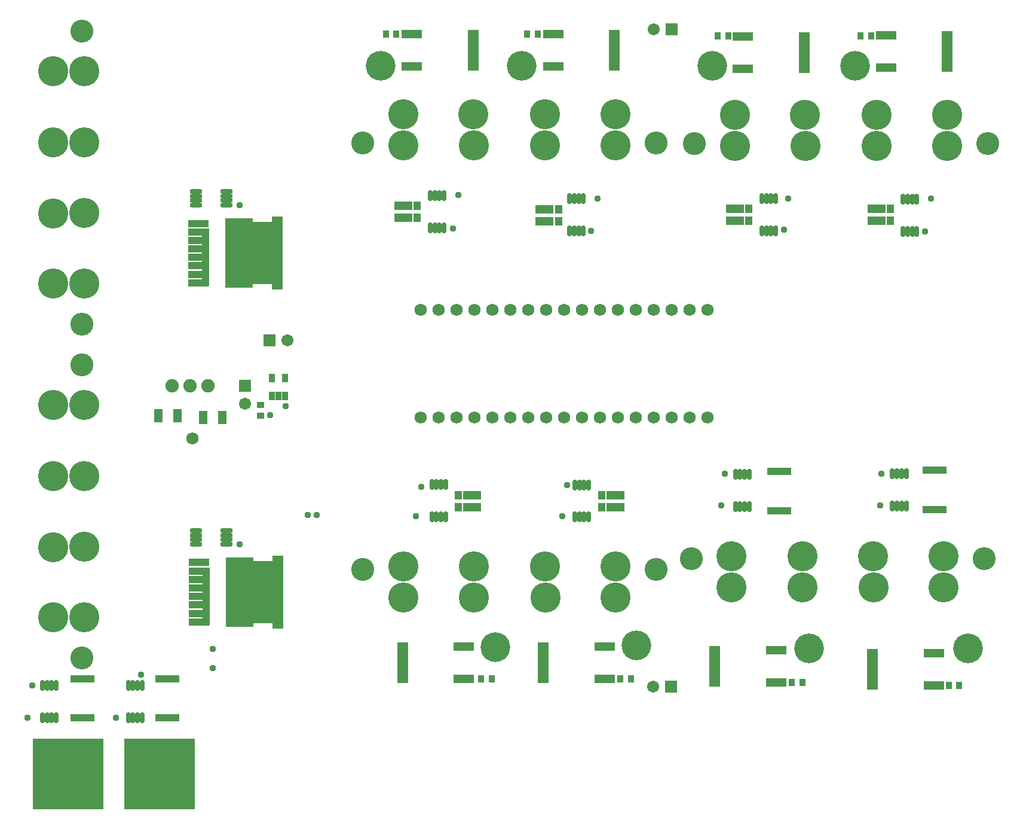
<source format=gts>
G04 Layer_Color=8388736*
%FSLAX25Y25*%
%MOIN*%
G70*
G01*
G75*
%ADD44R,0.03556X0.04737*%
%ADD45R,0.05131X0.07493*%
%ADD46R,0.11430X0.04540*%
%ADD47R,0.06312X0.23044*%
%ADD48R,0.03556X0.04343*%
%ADD49R,0.11824X0.03950*%
%ADD50R,0.12217X0.35052*%
%ADD51R,0.13398X0.04343*%
%ADD52R,0.04343X0.03556*%
%ADD53R,0.13595X0.04343*%
%ADD54R,0.09855X0.04737*%
%ADD55R,0.03950X0.04737*%
%ADD56O,0.07099X0.02572*%
%ADD57O,0.02769X0.06115*%
%ADD58R,0.03950X0.32296*%
%ADD59R,0.06312X0.40564*%
%ADD60R,0.15367X0.38989*%
%ADD61R,0.06706X0.06706*%
%ADD62C,0.06706*%
%ADD63C,0.03702*%
%ADD64C,0.06800*%
%ADD65C,0.16548*%
%ADD66C,0.07493*%
%ADD67R,0.06706X0.06706*%
%ADD68C,0.16800*%
%ADD69C,0.12800*%
G36*
X47244Y98D02*
X7874D01*
Y39469D01*
X47244D01*
Y98D01*
D02*
G37*
G36*
X98032D02*
X58661D01*
Y39469D01*
X98032D01*
Y98D01*
D02*
G37*
D44*
X141142Y230315D02*
D03*
X144882D02*
D03*
X148622D02*
D03*
Y240551D02*
D03*
X141142D02*
D03*
D45*
X113386Y218504D02*
D03*
X102756D02*
D03*
X77953Y219291D02*
D03*
X88583D02*
D03*
D46*
X483661Y431303D02*
D03*
Y413272D02*
D03*
X403937Y430866D02*
D03*
Y412835D02*
D03*
X219291Y432244D02*
D03*
Y414213D02*
D03*
X298031Y432244D02*
D03*
Y414213D02*
D03*
X248228Y72677D02*
D03*
Y90709D02*
D03*
X422441Y70744D02*
D03*
Y88775D02*
D03*
X510445Y69138D02*
D03*
Y87169D02*
D03*
X326783Y72622D02*
D03*
Y90654D02*
D03*
D47*
X517913Y422287D02*
D03*
X438189Y421850D02*
D03*
X253543Y423228D02*
D03*
X332283D02*
D03*
X213976Y81693D02*
D03*
X388189Y79760D02*
D03*
X476193Y78154D02*
D03*
X292531Y81638D02*
D03*
D48*
X469488Y431102D02*
D03*
X475394D02*
D03*
X389764Y431102D02*
D03*
X395669D02*
D03*
X204724Y432087D02*
D03*
X210630D02*
D03*
X283465D02*
D03*
X289370D02*
D03*
X437008Y70902D02*
D03*
X431102D02*
D03*
X524606Y68933D02*
D03*
X518701D02*
D03*
X263779Y72835D02*
D03*
X257874D02*
D03*
X341535Y72835D02*
D03*
X335630D02*
D03*
D49*
X100199Y326575D02*
D03*
Y321850D02*
D03*
Y317126D02*
D03*
Y293504D02*
D03*
Y298228D02*
D03*
Y302953D02*
D03*
Y307677D02*
D03*
Y312402D02*
D03*
X100396Y137598D02*
D03*
Y132874D02*
D03*
Y128150D02*
D03*
Y104527D02*
D03*
Y109252D02*
D03*
Y113976D02*
D03*
Y118701D02*
D03*
Y123425D02*
D03*
D50*
X135827Y310039D02*
D03*
X136024Y121063D02*
D03*
D51*
X35433Y72835D02*
D03*
Y51181D02*
D03*
X82677Y72835D02*
D03*
Y51181D02*
D03*
D52*
X134843Y225394D02*
D03*
Y219488D02*
D03*
D53*
X424213Y188421D02*
D03*
Y166374D02*
D03*
X510827Y189012D02*
D03*
Y166964D02*
D03*
D54*
X478346Y334646D02*
D03*
Y327953D02*
D03*
X399606Y334646D02*
D03*
Y327953D02*
D03*
X293307Y334449D02*
D03*
Y327756D02*
D03*
X214567Y336417D02*
D03*
Y329724D02*
D03*
X252953Y168504D02*
D03*
Y175197D02*
D03*
X332677Y168504D02*
D03*
Y175197D02*
D03*
D55*
X486024Y334646D02*
D03*
Y327953D02*
D03*
X407283Y334646D02*
D03*
Y327953D02*
D03*
X300984Y334449D02*
D03*
Y327756D02*
D03*
X222244Y336417D02*
D03*
Y329724D02*
D03*
X245276Y168504D02*
D03*
Y175197D02*
D03*
X325000Y168504D02*
D03*
Y175197D02*
D03*
D56*
X98819Y155413D02*
D03*
Y152854D02*
D03*
Y150295D02*
D03*
Y147736D02*
D03*
X115748Y155413D02*
D03*
Y152854D02*
D03*
Y150295D02*
D03*
Y147736D02*
D03*
X98819Y344390D02*
D03*
Y341831D02*
D03*
Y339272D02*
D03*
Y336713D02*
D03*
X115748Y344390D02*
D03*
Y341831D02*
D03*
Y339272D02*
D03*
Y336713D02*
D03*
D57*
X13189Y51181D02*
D03*
X15748D02*
D03*
X18307D02*
D03*
X20866D02*
D03*
X13189Y69095D02*
D03*
X15748D02*
D03*
X18307D02*
D03*
X20866D02*
D03*
X61024Y51181D02*
D03*
X63583D02*
D03*
X66142D02*
D03*
X68701D02*
D03*
X61024Y69095D02*
D03*
X63583D02*
D03*
X66142D02*
D03*
X68701D02*
D03*
X487303Y169228D02*
D03*
X489862D02*
D03*
X492421D02*
D03*
X494980D02*
D03*
X487303Y187142D02*
D03*
X489862D02*
D03*
X492421D02*
D03*
X494980D02*
D03*
X399658Y168905D02*
D03*
X402216D02*
D03*
X404776D02*
D03*
X407335D02*
D03*
X399658Y186819D02*
D03*
X402216D02*
D03*
X404776D02*
D03*
X407335D02*
D03*
X422193Y340362D02*
D03*
X419634D02*
D03*
X417075D02*
D03*
X414516D02*
D03*
X422193Y322449D02*
D03*
X419634D02*
D03*
X417075D02*
D03*
X414516D02*
D03*
X230366Y163102D02*
D03*
X232925D02*
D03*
X235484D02*
D03*
X238043D02*
D03*
X230366Y181016D02*
D03*
X232925D02*
D03*
X235484D02*
D03*
X238043D02*
D03*
X314910Y340500D02*
D03*
X312350D02*
D03*
X309791D02*
D03*
X307232D02*
D03*
X314910Y322587D02*
D03*
X312350D02*
D03*
X309791D02*
D03*
X307232D02*
D03*
X310090Y162965D02*
D03*
X312650D02*
D03*
X315209D02*
D03*
X317768D02*
D03*
X310090Y180878D02*
D03*
X312650D02*
D03*
X315209D02*
D03*
X317768D02*
D03*
X237154Y342138D02*
D03*
X234594D02*
D03*
X232035D02*
D03*
X229476D02*
D03*
X237154Y324224D02*
D03*
X234594D02*
D03*
X232035D02*
D03*
X229476D02*
D03*
X500933Y340158D02*
D03*
X498374D02*
D03*
X495815D02*
D03*
X493256D02*
D03*
X500933Y322244D02*
D03*
X498374D02*
D03*
X495815D02*
D03*
X493256D02*
D03*
D58*
X104134Y307677D02*
D03*
X104331Y118701D02*
D03*
D59*
X144291Y310039D02*
D03*
X144488Y121063D02*
D03*
D60*
X122835Y310039D02*
D03*
X123031Y121063D02*
D03*
D61*
X139764Y261417D02*
D03*
X364173Y434646D02*
D03*
X363779Y68504D02*
D03*
D62*
X149764Y261417D02*
D03*
X354173Y434646D02*
D03*
X353780Y68504D02*
D03*
X125984Y226220D02*
D03*
D63*
X148819Y224803D02*
D03*
X140157Y219685D02*
D03*
X166142Y163976D02*
D03*
X161024Y164173D02*
D03*
X108268Y89370D02*
D03*
Y78740D02*
D03*
X245079Y342520D02*
D03*
X322835Y340551D02*
D03*
X429134D02*
D03*
X508858D02*
D03*
X480315Y169291D02*
D03*
X391732D02*
D03*
X303150Y163386D02*
D03*
X221457D02*
D03*
X4921Y51181D02*
D03*
X54134D02*
D03*
X68110Y75197D02*
D03*
X7382Y69095D02*
D03*
X123031Y147638D02*
D03*
Y336614D02*
D03*
X319146Y322587D02*
D03*
X426772Y323228D02*
D03*
X505315Y322244D02*
D03*
X305878Y180878D02*
D03*
X224410Y179724D02*
D03*
X481299Y187043D02*
D03*
X393701D02*
D03*
X242126Y323819D02*
D03*
X120472Y305709D02*
D03*
Y301378D02*
D03*
Y297047D02*
D03*
X124803D02*
D03*
X129134D02*
D03*
X133465D02*
D03*
X137795D02*
D03*
X142126D02*
D03*
X124803Y301378D02*
D03*
X129134D02*
D03*
X133465D02*
D03*
X137795D02*
D03*
X142126D02*
D03*
X124803Y305709D02*
D03*
X129134D02*
D03*
X133465D02*
D03*
X137795D02*
D03*
X142126D02*
D03*
X124803Y310039D02*
D03*
X129134D02*
D03*
X133465D02*
D03*
X137795D02*
D03*
X142126D02*
D03*
X120472Y314370D02*
D03*
Y318701D02*
D03*
Y323031D02*
D03*
X124803Y314370D02*
D03*
X129134D02*
D03*
X133465D02*
D03*
X137795D02*
D03*
X142126D02*
D03*
X124803Y318701D02*
D03*
X129134D02*
D03*
X133465D02*
D03*
X137795D02*
D03*
X142126D02*
D03*
X124803Y323031D02*
D03*
X129134D02*
D03*
X133465D02*
D03*
X137795D02*
D03*
X142126D02*
D03*
X120472Y310039D02*
D03*
X120669Y116732D02*
D03*
X125000D02*
D03*
X129331D02*
D03*
X133661D02*
D03*
X137992D02*
D03*
X142323D02*
D03*
X120669Y112402D02*
D03*
Y108071D02*
D03*
X125000D02*
D03*
X129331D02*
D03*
X133661D02*
D03*
X137992D02*
D03*
X142323D02*
D03*
X125000Y112402D02*
D03*
X129331D02*
D03*
X133661D02*
D03*
X137992D02*
D03*
X142323D02*
D03*
X125000Y121063D02*
D03*
X129331D02*
D03*
X133661D02*
D03*
X137992D02*
D03*
X142323D02*
D03*
X120669Y125394D02*
D03*
Y129724D02*
D03*
Y134055D02*
D03*
X125000Y125394D02*
D03*
X129331D02*
D03*
X133661D02*
D03*
X137992D02*
D03*
X142323D02*
D03*
X125000Y129724D02*
D03*
X129331D02*
D03*
X133661D02*
D03*
X137992D02*
D03*
X142323D02*
D03*
X125000Y134055D02*
D03*
X129331D02*
D03*
X133661D02*
D03*
X137992D02*
D03*
X142323D02*
D03*
X120669Y121063D02*
D03*
D64*
X96850Y206693D02*
D03*
X224173Y278543D02*
D03*
X234173D02*
D03*
X244173D02*
D03*
X254173D02*
D03*
X264173D02*
D03*
X274173D02*
D03*
X284173D02*
D03*
X294173D02*
D03*
X304173D02*
D03*
X314173D02*
D03*
X324173D02*
D03*
X334173D02*
D03*
X344173D02*
D03*
X354173D02*
D03*
X364173D02*
D03*
X374173D02*
D03*
X384173D02*
D03*
Y218543D02*
D03*
X374173D02*
D03*
X364173D02*
D03*
X354173D02*
D03*
X344173D02*
D03*
X334173D02*
D03*
X324173D02*
D03*
X314173D02*
D03*
X304173D02*
D03*
X294173D02*
D03*
X284173D02*
D03*
X274173D02*
D03*
X264173D02*
D03*
X254173D02*
D03*
X244173D02*
D03*
X234173D02*
D03*
X224173D02*
D03*
D65*
X529528Y89602D02*
D03*
X440945D02*
D03*
X344488Y91535D02*
D03*
X265748Y90551D02*
D03*
X466535Y414370D02*
D03*
X386811D02*
D03*
X201772Y414370D02*
D03*
X280512D02*
D03*
D66*
X105630Y236221D02*
D03*
X95630D02*
D03*
X85630D02*
D03*
D67*
X125984D02*
D03*
D68*
X399554Y386963D02*
D03*
X438554D02*
D03*
X517754D02*
D03*
X478354D02*
D03*
Y369663D02*
D03*
X517754D02*
D03*
X438954D02*
D03*
X399554D02*
D03*
X515786Y123899D02*
D03*
X476786D02*
D03*
X397586D02*
D03*
X436986D02*
D03*
Y141199D02*
D03*
X397586D02*
D03*
X476386D02*
D03*
X515786D02*
D03*
X214537Y387379D02*
D03*
X253537D02*
D03*
X332737D02*
D03*
X293337D02*
D03*
Y370079D02*
D03*
X332737D02*
D03*
X253937D02*
D03*
X214537D02*
D03*
X332729Y117958D02*
D03*
X293729D02*
D03*
X214529D02*
D03*
X253929D02*
D03*
Y135258D02*
D03*
X214529D02*
D03*
X293329D02*
D03*
X332729D02*
D03*
X19094Y107063D02*
D03*
Y146063D02*
D03*
Y225263D02*
D03*
Y185863D02*
D03*
X36395D02*
D03*
Y225263D02*
D03*
Y146463D02*
D03*
Y107063D02*
D03*
X19094Y293087D02*
D03*
Y332087D02*
D03*
Y411287D02*
D03*
Y371887D02*
D03*
X36395D02*
D03*
Y411287D02*
D03*
Y332487D02*
D03*
Y293087D02*
D03*
D69*
X376954Y371063D02*
D03*
X540354D02*
D03*
X538386Y139799D02*
D03*
X374986D02*
D03*
X191937Y371479D02*
D03*
X355337D02*
D03*
X355329Y133858D02*
D03*
X191929D02*
D03*
X34995Y84463D02*
D03*
Y247863D02*
D03*
Y270487D02*
D03*
Y433887D02*
D03*
M02*

</source>
